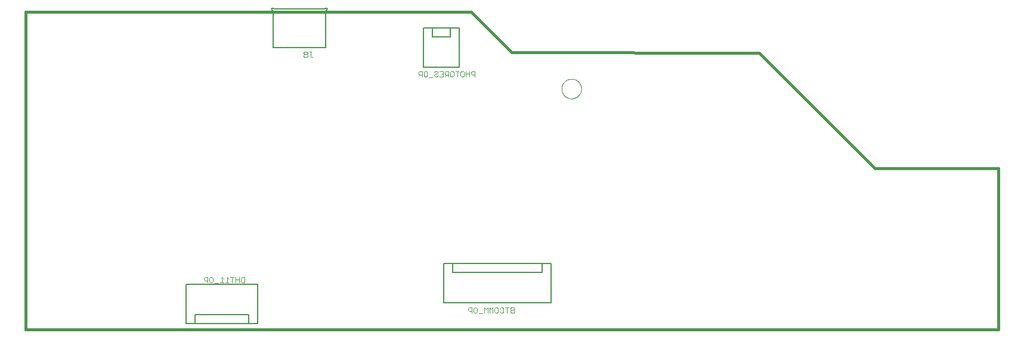
<source format=gbo>
G75*
%MOIN*%
%OFA0B0*%
%FSLAX25Y25*%
%IPPOS*%
%LPD*%
%AMOC8*
5,1,8,0,0,1.08239X$1,22.5*
%
%ADD10C,0.01500*%
%ADD11C,0.00300*%
%ADD12C,0.00000*%
%ADD13C,0.00500*%
%ADD14C,0.00400*%
D10*
X0001750Y0006000D02*
X0545321Y0006000D01*
X0545321Y0096512D01*
X0476238Y0096512D01*
X0411750Y0161000D01*
X0273404Y0161512D01*
X0250864Y0184051D01*
X0001750Y0184051D01*
X0001750Y0006000D01*
D11*
X0101462Y0033917D02*
X0101946Y0033433D01*
X0103397Y0033433D01*
X0103397Y0032466D02*
X0103397Y0035368D01*
X0101946Y0035368D01*
X0101462Y0034884D01*
X0101462Y0033917D01*
X0104408Y0034884D02*
X0104892Y0035368D01*
X0105860Y0035368D01*
X0106343Y0034884D01*
X0106343Y0032949D01*
X0105860Y0032466D01*
X0104892Y0032466D01*
X0104408Y0032949D01*
X0104408Y0034884D01*
X0111269Y0035368D02*
X0112236Y0034401D01*
X0111269Y0035368D02*
X0111269Y0032466D01*
X0112236Y0032466D02*
X0110301Y0032466D01*
X0109290Y0031982D02*
X0107355Y0031982D01*
X0113248Y0032466D02*
X0115183Y0032466D01*
X0114216Y0032466D02*
X0114216Y0035368D01*
X0115183Y0034401D01*
X0116195Y0035368D02*
X0118130Y0035368D01*
X0117162Y0035368D02*
X0117162Y0032466D01*
X0119141Y0032466D02*
X0119141Y0035368D01*
X0119141Y0033917D02*
X0121076Y0033917D01*
X0122088Y0034884D02*
X0122088Y0032949D01*
X0122571Y0032466D01*
X0124023Y0032466D01*
X0124023Y0035368D01*
X0122571Y0035368D01*
X0122088Y0034884D01*
X0121076Y0035368D02*
X0121076Y0032466D01*
X0249112Y0017869D02*
X0249112Y0016901D01*
X0249595Y0016417D01*
X0251047Y0016417D01*
X0251047Y0015450D02*
X0251047Y0018352D01*
X0249595Y0018352D01*
X0249112Y0017869D01*
X0252058Y0017869D02*
X0252542Y0018352D01*
X0253509Y0018352D01*
X0253993Y0017869D01*
X0253993Y0015934D01*
X0253509Y0015450D01*
X0252542Y0015450D01*
X0252058Y0015934D01*
X0252058Y0017869D01*
X0257951Y0018352D02*
X0257951Y0015450D01*
X0256940Y0014966D02*
X0255005Y0014966D01*
X0259886Y0015450D02*
X0259886Y0018352D01*
X0258919Y0017385D01*
X0257951Y0018352D01*
X0260898Y0018352D02*
X0260898Y0015450D01*
X0262833Y0015450D02*
X0262833Y0018352D01*
X0261865Y0017385D01*
X0260898Y0018352D01*
X0263844Y0017869D02*
X0263844Y0015934D01*
X0264328Y0015450D01*
X0265295Y0015450D01*
X0265779Y0015934D01*
X0265779Y0017869D01*
X0265295Y0018352D01*
X0264328Y0018352D01*
X0263844Y0017869D01*
X0266791Y0017869D02*
X0267274Y0018352D01*
X0268242Y0018352D01*
X0268726Y0017869D01*
X0268726Y0015934D01*
X0268242Y0015450D01*
X0267274Y0015450D01*
X0266791Y0015934D01*
X0269737Y0018352D02*
X0271672Y0018352D01*
X0270705Y0018352D02*
X0270705Y0015450D01*
X0272684Y0015934D02*
X0273167Y0015450D01*
X0274619Y0015450D01*
X0274619Y0018352D01*
X0273167Y0018352D01*
X0272684Y0017869D01*
X0272684Y0017385D01*
X0273167Y0016901D01*
X0274619Y0016901D01*
X0273167Y0016901D02*
X0272684Y0016417D01*
X0272684Y0015934D01*
X0229122Y0147402D02*
X0227187Y0147402D01*
X0226176Y0148370D02*
X0225692Y0147886D01*
X0224725Y0147886D01*
X0224241Y0148370D01*
X0224241Y0150305D01*
X0224725Y0150789D01*
X0225692Y0150789D01*
X0226176Y0150305D01*
X0226176Y0148370D01*
X0223229Y0148854D02*
X0221778Y0148854D01*
X0221294Y0149337D01*
X0221294Y0150305D01*
X0221778Y0150789D01*
X0223229Y0150789D01*
X0223229Y0147886D01*
X0230134Y0148370D02*
X0230618Y0147886D01*
X0231585Y0147886D01*
X0232069Y0148370D01*
X0231585Y0149337D02*
X0230618Y0149337D01*
X0230134Y0148854D01*
X0230134Y0148370D01*
X0231585Y0149337D02*
X0232069Y0149821D01*
X0232069Y0150305D01*
X0231585Y0150789D01*
X0230618Y0150789D01*
X0230134Y0150305D01*
X0233080Y0150789D02*
X0235015Y0150789D01*
X0235015Y0147886D01*
X0233080Y0147886D01*
X0234048Y0149337D02*
X0235015Y0149337D01*
X0236027Y0149337D02*
X0236511Y0148854D01*
X0237962Y0148854D01*
X0236994Y0148854D02*
X0236027Y0147886D01*
X0236027Y0149337D02*
X0236027Y0150305D01*
X0236511Y0150789D01*
X0237962Y0150789D01*
X0237962Y0147886D01*
X0238973Y0148370D02*
X0238973Y0150305D01*
X0239457Y0150789D01*
X0240425Y0150789D01*
X0240908Y0150305D01*
X0240908Y0148370D01*
X0240425Y0147886D01*
X0239457Y0147886D01*
X0238973Y0148370D01*
X0241920Y0150789D02*
X0243855Y0150789D01*
X0242887Y0150789D02*
X0242887Y0147886D01*
X0244866Y0148370D02*
X0244866Y0150305D01*
X0245350Y0150789D01*
X0246318Y0150789D01*
X0246801Y0150305D01*
X0246801Y0148370D01*
X0246318Y0147886D01*
X0245350Y0147886D01*
X0244866Y0148370D01*
X0247813Y0147886D02*
X0247813Y0150789D01*
X0247813Y0149337D02*
X0249748Y0149337D01*
X0250760Y0149337D02*
X0251243Y0148854D01*
X0252694Y0148854D01*
X0252694Y0147886D02*
X0252694Y0150789D01*
X0251243Y0150789D01*
X0250760Y0150305D01*
X0250760Y0149337D01*
X0249748Y0147886D02*
X0249748Y0150789D01*
D12*
X0301238Y0141000D02*
X0301240Y0141148D01*
X0301246Y0141296D01*
X0301256Y0141444D01*
X0301270Y0141591D01*
X0301288Y0141738D01*
X0301309Y0141884D01*
X0301335Y0142030D01*
X0301365Y0142175D01*
X0301398Y0142319D01*
X0301436Y0142462D01*
X0301477Y0142604D01*
X0301522Y0142745D01*
X0301570Y0142885D01*
X0301623Y0143024D01*
X0301679Y0143161D01*
X0301739Y0143296D01*
X0301802Y0143430D01*
X0301869Y0143562D01*
X0301940Y0143692D01*
X0302014Y0143820D01*
X0302091Y0143946D01*
X0302172Y0144070D01*
X0302256Y0144192D01*
X0302343Y0144311D01*
X0302434Y0144428D01*
X0302528Y0144543D01*
X0302624Y0144655D01*
X0302724Y0144765D01*
X0302826Y0144871D01*
X0302932Y0144975D01*
X0303040Y0145076D01*
X0303151Y0145174D01*
X0303264Y0145270D01*
X0303380Y0145362D01*
X0303498Y0145451D01*
X0303619Y0145536D01*
X0303742Y0145619D01*
X0303867Y0145698D01*
X0303994Y0145774D01*
X0304123Y0145846D01*
X0304254Y0145915D01*
X0304387Y0145980D01*
X0304522Y0146041D01*
X0304658Y0146099D01*
X0304795Y0146154D01*
X0304934Y0146204D01*
X0305075Y0146251D01*
X0305216Y0146294D01*
X0305359Y0146334D01*
X0305503Y0146369D01*
X0305647Y0146401D01*
X0305793Y0146428D01*
X0305939Y0146452D01*
X0306086Y0146472D01*
X0306233Y0146488D01*
X0306380Y0146500D01*
X0306528Y0146508D01*
X0306676Y0146512D01*
X0306824Y0146512D01*
X0306972Y0146508D01*
X0307120Y0146500D01*
X0307267Y0146488D01*
X0307414Y0146472D01*
X0307561Y0146452D01*
X0307707Y0146428D01*
X0307853Y0146401D01*
X0307997Y0146369D01*
X0308141Y0146334D01*
X0308284Y0146294D01*
X0308425Y0146251D01*
X0308566Y0146204D01*
X0308705Y0146154D01*
X0308842Y0146099D01*
X0308978Y0146041D01*
X0309113Y0145980D01*
X0309246Y0145915D01*
X0309377Y0145846D01*
X0309506Y0145774D01*
X0309633Y0145698D01*
X0309758Y0145619D01*
X0309881Y0145536D01*
X0310002Y0145451D01*
X0310120Y0145362D01*
X0310236Y0145270D01*
X0310349Y0145174D01*
X0310460Y0145076D01*
X0310568Y0144975D01*
X0310674Y0144871D01*
X0310776Y0144765D01*
X0310876Y0144655D01*
X0310972Y0144543D01*
X0311066Y0144428D01*
X0311157Y0144311D01*
X0311244Y0144192D01*
X0311328Y0144070D01*
X0311409Y0143946D01*
X0311486Y0143820D01*
X0311560Y0143692D01*
X0311631Y0143562D01*
X0311698Y0143430D01*
X0311761Y0143296D01*
X0311821Y0143161D01*
X0311877Y0143024D01*
X0311930Y0142885D01*
X0311978Y0142745D01*
X0312023Y0142604D01*
X0312064Y0142462D01*
X0312102Y0142319D01*
X0312135Y0142175D01*
X0312165Y0142030D01*
X0312191Y0141884D01*
X0312212Y0141738D01*
X0312230Y0141591D01*
X0312244Y0141444D01*
X0312254Y0141296D01*
X0312260Y0141148D01*
X0312262Y0141000D01*
X0312260Y0140852D01*
X0312254Y0140704D01*
X0312244Y0140556D01*
X0312230Y0140409D01*
X0312212Y0140262D01*
X0312191Y0140116D01*
X0312165Y0139970D01*
X0312135Y0139825D01*
X0312102Y0139681D01*
X0312064Y0139538D01*
X0312023Y0139396D01*
X0311978Y0139255D01*
X0311930Y0139115D01*
X0311877Y0138976D01*
X0311821Y0138839D01*
X0311761Y0138704D01*
X0311698Y0138570D01*
X0311631Y0138438D01*
X0311560Y0138308D01*
X0311486Y0138180D01*
X0311409Y0138054D01*
X0311328Y0137930D01*
X0311244Y0137808D01*
X0311157Y0137689D01*
X0311066Y0137572D01*
X0310972Y0137457D01*
X0310876Y0137345D01*
X0310776Y0137235D01*
X0310674Y0137129D01*
X0310568Y0137025D01*
X0310460Y0136924D01*
X0310349Y0136826D01*
X0310236Y0136730D01*
X0310120Y0136638D01*
X0310002Y0136549D01*
X0309881Y0136464D01*
X0309758Y0136381D01*
X0309633Y0136302D01*
X0309506Y0136226D01*
X0309377Y0136154D01*
X0309246Y0136085D01*
X0309113Y0136020D01*
X0308978Y0135959D01*
X0308842Y0135901D01*
X0308705Y0135846D01*
X0308566Y0135796D01*
X0308425Y0135749D01*
X0308284Y0135706D01*
X0308141Y0135666D01*
X0307997Y0135631D01*
X0307853Y0135599D01*
X0307707Y0135572D01*
X0307561Y0135548D01*
X0307414Y0135528D01*
X0307267Y0135512D01*
X0307120Y0135500D01*
X0306972Y0135492D01*
X0306824Y0135488D01*
X0306676Y0135488D01*
X0306528Y0135492D01*
X0306380Y0135500D01*
X0306233Y0135512D01*
X0306086Y0135528D01*
X0305939Y0135548D01*
X0305793Y0135572D01*
X0305647Y0135599D01*
X0305503Y0135631D01*
X0305359Y0135666D01*
X0305216Y0135706D01*
X0305075Y0135749D01*
X0304934Y0135796D01*
X0304795Y0135846D01*
X0304658Y0135901D01*
X0304522Y0135959D01*
X0304387Y0136020D01*
X0304254Y0136085D01*
X0304123Y0136154D01*
X0303994Y0136226D01*
X0303867Y0136302D01*
X0303742Y0136381D01*
X0303619Y0136464D01*
X0303498Y0136549D01*
X0303380Y0136638D01*
X0303264Y0136730D01*
X0303151Y0136826D01*
X0303040Y0136924D01*
X0302932Y0137025D01*
X0302826Y0137129D01*
X0302724Y0137235D01*
X0302624Y0137345D01*
X0302528Y0137457D01*
X0302434Y0137572D01*
X0302343Y0137689D01*
X0302256Y0137808D01*
X0302172Y0137930D01*
X0302091Y0138054D01*
X0302014Y0138180D01*
X0301940Y0138308D01*
X0301869Y0138438D01*
X0301802Y0138570D01*
X0301739Y0138704D01*
X0301679Y0138839D01*
X0301623Y0138976D01*
X0301570Y0139115D01*
X0301522Y0139255D01*
X0301477Y0139396D01*
X0301436Y0139538D01*
X0301398Y0139681D01*
X0301365Y0139825D01*
X0301335Y0139970D01*
X0301309Y0140116D01*
X0301288Y0140262D01*
X0301270Y0140409D01*
X0301256Y0140556D01*
X0301246Y0140704D01*
X0301240Y0140852D01*
X0301238Y0141000D01*
D13*
X0244156Y0152937D02*
X0224156Y0152937D01*
X0224156Y0174937D01*
X0229156Y0174937D01*
X0229156Y0169937D01*
X0239156Y0169937D01*
X0239156Y0174937D01*
X0229156Y0174937D01*
X0239156Y0174937D02*
X0244156Y0174937D01*
X0244156Y0152937D01*
X0169317Y0164000D02*
X0169317Y0183685D01*
X0170498Y0186047D01*
X0167348Y0185654D01*
X0141758Y0185654D01*
X0139002Y0186047D01*
X0140183Y0183685D01*
X0140183Y0164000D01*
X0169317Y0164000D01*
X0168136Y0184079D02*
X0141364Y0184079D01*
X0235250Y0042937D02*
X0240250Y0042937D01*
X0240250Y0037937D01*
X0290250Y0037937D01*
X0290250Y0042937D01*
X0240250Y0042937D01*
X0235250Y0042937D02*
X0235250Y0020937D01*
X0295250Y0020937D01*
X0295250Y0042937D01*
X0290250Y0042937D01*
X0131376Y0031228D02*
X0131376Y0009228D01*
X0126376Y0009228D01*
X0126376Y0014228D01*
X0096376Y0014228D01*
X0096376Y0009228D01*
X0126376Y0009228D01*
X0096376Y0009228D02*
X0091376Y0009228D01*
X0091376Y0031228D01*
X0131376Y0031228D01*
D14*
X0157721Y0158700D02*
X0158756Y0158700D01*
X0159273Y0159217D01*
X0159273Y0159734D01*
X0158756Y0160251D01*
X0157721Y0160251D01*
X0157204Y0159734D01*
X0157204Y0159217D01*
X0157721Y0158700D01*
X0157721Y0160251D02*
X0157204Y0160768D01*
X0157204Y0161286D01*
X0157721Y0161803D01*
X0158756Y0161803D01*
X0159273Y0161286D01*
X0159273Y0160768D01*
X0158756Y0160251D01*
X0160427Y0161803D02*
X0161461Y0161803D01*
X0160944Y0161803D02*
X0160944Y0159217D01*
X0161461Y0158700D01*
X0161978Y0158700D01*
X0162495Y0159217D01*
M02*

</source>
